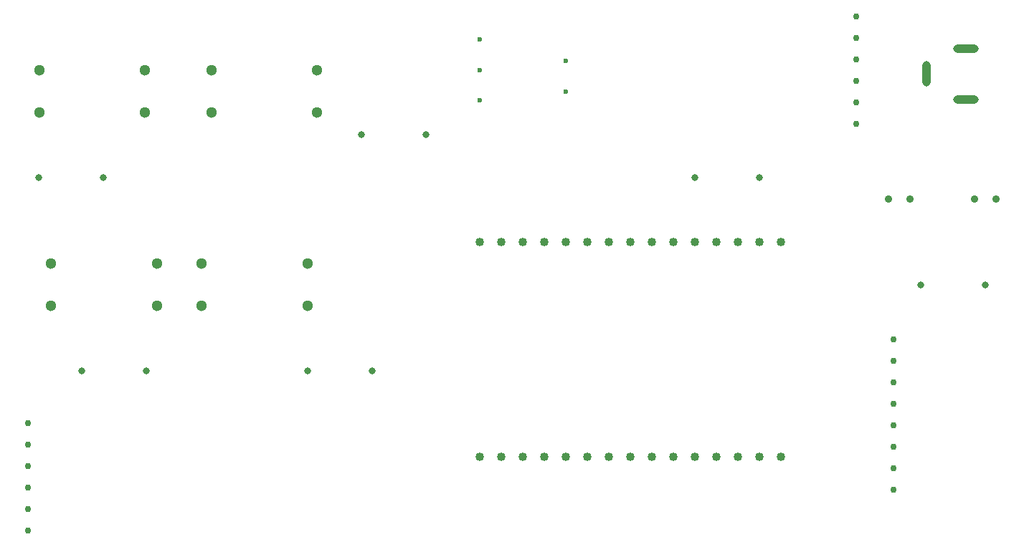
<source format=gbr>
%TF.GenerationSoftware,KiCad,Pcbnew,7.0.2*%
%TF.CreationDate,2023-06-14T14:54:37-05:00*%
%TF.ProjectId,ControlRemoto,436f6e74-726f-46c5-9265-6d6f746f2e6b,rev?*%
%TF.SameCoordinates,Original*%
%TF.FileFunction,Plated,1,2,PTH,Mixed*%
%TF.FilePolarity,Positive*%
%FSLAX46Y46*%
G04 Gerber Fmt 4.6, Leading zero omitted, Abs format (unit mm)*
G04 Created by KiCad (PCBNEW 7.0.2) date 2023-06-14 14:54:37*
%MOMM*%
%LPD*%
G01*
G04 APERTURE LIST*
%TA.AperFunction,ComponentDrill*%
%ADD10C,0.600000*%
%TD*%
%TA.AperFunction,ComponentDrill*%
%ADD11C,0.762000*%
%TD*%
%TA.AperFunction,ComponentDrill*%
%ADD12C,0.800000*%
%TD*%
%TA.AperFunction,ComponentDrill*%
%ADD13C,0.900000*%
%TD*%
G04 aperture for slot hole*
%TA.AperFunction,ComponentDrill*%
%ADD14O,1.000000X3.000000*%
%TD*%
G04 aperture for slot hole*
%TA.AperFunction,ComponentDrill*%
%ADD15O,3.000000X1.000000*%
%TD*%
%TA.AperFunction,ComponentDrill*%
%ADD16C,1.020000*%
%TD*%
%TA.AperFunction,ComponentDrill*%
%ADD17C,1.300000*%
%TD*%
G04 APERTURE END LIST*
D10*
%TO.C,SW1*%
X101600000Y-31960000D03*
X101600000Y-35560000D03*
X101600000Y-39160000D03*
%TO.C,BT1*%
X111760000Y-34500000D03*
X111760000Y-38100000D03*
D11*
%TO.C,BluetoothHC1*%
X48260000Y-77343000D03*
X48260000Y-79883000D03*
X48260000Y-82423000D03*
X48260000Y-84963000D03*
X48260000Y-87503000D03*
X48260000Y-90043000D03*
%TO.C,U3*%
X146050000Y-29210000D03*
X146050000Y-31750000D03*
X146050000Y-34290000D03*
X146050000Y-36830000D03*
X146050000Y-39370000D03*
X146050000Y-41910000D03*
%TO.C,U4*%
X150495000Y-67437000D03*
X150495000Y-69977000D03*
X150495000Y-72517000D03*
X150495000Y-75057000D03*
X150495000Y-77597000D03*
X150495000Y-80137000D03*
X150495000Y-82677000D03*
X150495000Y-85217000D03*
D12*
%TO.C,R3*%
X49530000Y-48260000D03*
%TO.C,R1*%
X54610000Y-71120000D03*
%TO.C,R3*%
X57150000Y-48260000D03*
%TO.C,R1*%
X62230000Y-71120000D03*
%TO.C,R2*%
X81280000Y-71120000D03*
%TO.C,R4*%
X87630000Y-43180000D03*
%TO.C,R2*%
X88900000Y-71120000D03*
%TO.C,R4*%
X95250000Y-43180000D03*
%TO.C,R6*%
X127000000Y-48260000D03*
X134620000Y-48260000D03*
%TO.C,R5*%
X153670000Y-60960000D03*
X161290000Y-60960000D03*
D13*
%TO.C,D2*%
X149860000Y-50800000D03*
X152400000Y-50800000D03*
%TO.C,D1*%
X160020000Y-50800000D03*
X162560000Y-50800000D03*
D14*
%TO.C,J1*%
X154362500Y-36020000D03*
D15*
X159062500Y-33020000D03*
X159062500Y-39020000D03*
D16*
%TO.C,U2*%
X101600000Y-55880000D03*
X101600000Y-81280000D03*
X104140000Y-55880000D03*
X104140000Y-81280000D03*
X106680000Y-55880000D03*
X106680000Y-81280000D03*
X109220000Y-55880000D03*
X109220000Y-81280000D03*
X111760000Y-55880000D03*
X111760000Y-81280000D03*
X114300000Y-55880000D03*
X114300000Y-81280000D03*
X116840000Y-55880000D03*
X116840000Y-81280000D03*
X119380000Y-55880000D03*
X119380000Y-81280000D03*
X121920000Y-55880000D03*
X121920000Y-81280000D03*
X124460000Y-55880000D03*
X124460000Y-81280000D03*
X127000000Y-55880000D03*
X127000000Y-81280000D03*
X129540000Y-55880000D03*
X129540000Y-81280000D03*
X132080000Y-55880000D03*
X132080000Y-81280000D03*
X134620000Y-55880000D03*
X134620000Y-81280000D03*
X137160000Y-55880000D03*
X137160000Y-81280000D03*
D17*
%TO.C,SWLEFT1*%
X49620000Y-35600000D03*
X49620000Y-40600000D03*
%TO.C,SWBOTH1*%
X51000000Y-58420000D03*
X51000000Y-63420000D03*
%TO.C,SWLEFT1*%
X62120000Y-35600000D03*
X62120000Y-40600000D03*
%TO.C,SWBOTH1*%
X63500000Y-58420000D03*
X63500000Y-63420000D03*
%TO.C,SWNIGHTMODE1*%
X68780000Y-58420000D03*
X68780000Y-63420000D03*
%TO.C,SWRIGHT1*%
X69940000Y-35600000D03*
X69940000Y-40600000D03*
%TO.C,SWNIGHTMODE1*%
X81280000Y-58420000D03*
X81280000Y-63420000D03*
%TO.C,SWRIGHT1*%
X82440000Y-35600000D03*
X82440000Y-40600000D03*
M02*

</source>
